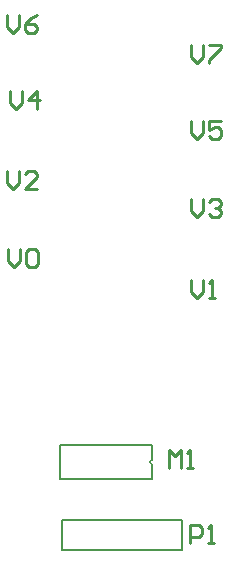
<source format=gto>
%FSLAX44Y44*%
%MOMM*%
G71*
G01*
G75*
G04 Layer_Color=65535*
%ADD10R,1.0000X0.7250*%
%ADD11R,0.8000X0.9000*%
%ADD12R,0.6000X1.3500*%
%ADD13R,0.4000X1.3500*%
%ADD14C,0.5000*%
%ADD15C,0.2540*%
%ADD16C,0.2000*%
%ADD17R,1.5000X1.5000*%
%ADD18C,1.5000*%
%ADD19C,0.6000*%
D15*
X646430Y863600D02*
Y878835D01*
X651508Y873757D01*
X656587Y878835D01*
Y863600D01*
X661665D02*
X666743D01*
X664204D01*
Y878835D01*
X661665Y876296D01*
X664210Y800100D02*
Y815335D01*
X671827D01*
X674367Y812796D01*
Y807718D01*
X671827Y805178D01*
X664210D01*
X679445Y800100D02*
X684523D01*
X681984D01*
Y815335D01*
X679445Y812796D01*
X510540Y1049015D02*
Y1038858D01*
X515618Y1033780D01*
X520697Y1038858D01*
Y1049015D01*
X525775Y1046476D02*
X528314Y1049015D01*
X533393D01*
X535932Y1046476D01*
Y1036319D01*
X533393Y1033780D01*
X528314D01*
X525775Y1036319D01*
Y1046476D01*
X665480Y1022345D02*
Y1012188D01*
X670558Y1007110D01*
X675637Y1012188D01*
Y1022345D01*
X680715Y1007110D02*
X685793D01*
X683254D01*
Y1022345D01*
X680715Y1019806D01*
X509270Y1115055D02*
Y1104898D01*
X514348Y1099820D01*
X519427Y1104898D01*
Y1115055D01*
X534662Y1099820D02*
X524505D01*
X534662Y1109977D01*
Y1112516D01*
X532123Y1115055D01*
X527044D01*
X524505Y1112516D01*
X665480Y1090925D02*
Y1080768D01*
X670558Y1075690D01*
X675637Y1080768D01*
Y1090925D01*
X680715Y1088386D02*
X683254Y1090925D01*
X688333D01*
X690872Y1088386D01*
Y1085847D01*
X688333Y1083307D01*
X685793D01*
X688333D01*
X690872Y1080768D01*
Y1078229D01*
X688333Y1075690D01*
X683254D01*
X680715Y1078229D01*
X511810Y1182365D02*
Y1172208D01*
X516888Y1167130D01*
X521967Y1172208D01*
Y1182365D01*
X534663Y1167130D02*
Y1182365D01*
X527045Y1174747D01*
X537202D01*
X665480Y1156965D02*
Y1146808D01*
X670558Y1141730D01*
X675637Y1146808D01*
Y1156965D01*
X690872D02*
X680715D01*
Y1149348D01*
X685793Y1151887D01*
X688333D01*
X690872Y1149348D01*
Y1144269D01*
X688333Y1141730D01*
X683254D01*
X680715Y1144269D01*
X509270Y1247135D02*
Y1236978D01*
X514348Y1231900D01*
X519427Y1236978D01*
Y1247135D01*
X534662D02*
X529583Y1244596D01*
X524505Y1239518D01*
Y1234439D01*
X527044Y1231900D01*
X532123D01*
X534662Y1234439D01*
Y1236978D01*
X532123Y1239518D01*
X524505D01*
X665480Y1221735D02*
Y1211578D01*
X670558Y1206500D01*
X675637Y1211578D01*
Y1221735D01*
X680715D02*
X690872D01*
Y1219196D01*
X680715Y1209039D01*
Y1206500D01*
D16*
X631900Y870265D02*
G03*
X631900Y867015I0J-1625D01*
G01*
X556260Y793750D02*
Y819150D01*
X657860D01*
X556260Y793750D02*
X657860D01*
Y819150D01*
X631900Y870265D02*
Y882790D01*
Y854490D02*
Y867015D01*
X553900Y854490D02*
X631900D01*
X553900D02*
Y882790D01*
X631900D01*
M02*

</source>
